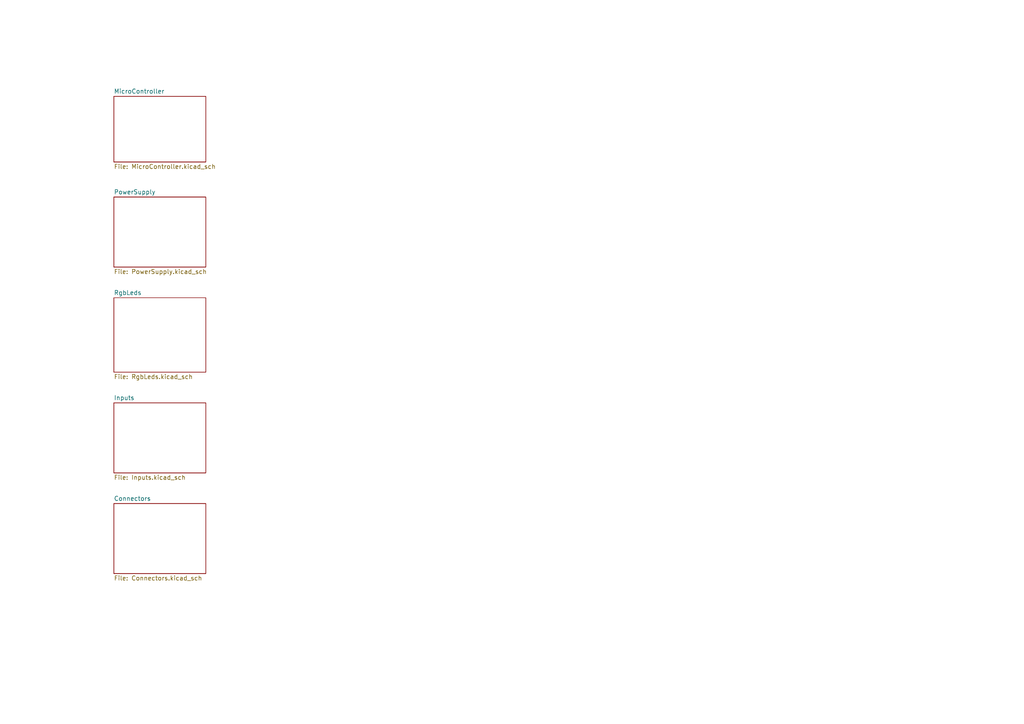
<source format=kicad_sch>
(kicad_sch
	(version 20231120)
	(generator "eeschema")
	(generator_version "8.0")
	(uuid "7b50fc13-bee1-48b7-8eab-d6ef36855383")
	(paper "A4")
	(lib_symbols)
	(sheet
		(at 33.02 146.05)
		(size 26.67 20.32)
		(fields_autoplaced yes)
		(stroke
			(width 0.1524)
			(type solid)
		)
		(fill
			(color 0 0 0 0.0000)
		)
		(uuid "1961c4fe-101c-4224-bef0-a37787d4c52f")
		(property "Sheetname" "Connectors"
			(at 33.02 145.3384 0)
			(effects
				(font
					(size 1.27 1.27)
				)
				(justify left bottom)
			)
		)
		(property "Sheetfile" "Connectors.kicad_sch"
			(at 33.02 166.9546 0)
			(effects
				(font
					(size 1.27 1.27)
				)
				(justify left top)
			)
		)
		(instances
			(project "Pomodoro_V7"
				(path "/7b50fc13-bee1-48b7-8eab-d6ef36855383"
					(page "6")
				)
			)
		)
	)
	(sheet
		(at 33.02 27.94)
		(size 26.67 19.05)
		(fields_autoplaced yes)
		(stroke
			(width 0.1524)
			(type solid)
		)
		(fill
			(color 0 0 0 0.0000)
		)
		(uuid "2692812d-36ca-464c-b670-cda24def4e61")
		(property "Sheetname" "MicroController"
			(at 33.02 27.2284 0)
			(effects
				(font
					(size 1.27 1.27)
				)
				(justify left bottom)
			)
		)
		(property "Sheetfile" "MicroController.kicad_sch"
			(at 33.02 47.5746 0)
			(effects
				(font
					(size 1.27 1.27)
				)
				(justify left top)
			)
		)
		(instances
			(project "Pomodoro_V7"
				(path "/7b50fc13-bee1-48b7-8eab-d6ef36855383"
					(page "3")
				)
			)
		)
	)
	(sheet
		(at 33.02 57.15)
		(size 26.67 20.32)
		(fields_autoplaced yes)
		(stroke
			(width 0.1524)
			(type solid)
		)
		(fill
			(color 0 0 0 0.0000)
		)
		(uuid "4fdb69f5-fbd3-498b-a1ee-803a48c7b6e3")
		(property "Sheetname" "PowerSupply"
			(at 33.02 56.4384 0)
			(effects
				(font
					(size 1.27 1.27)
				)
				(justify left bottom)
			)
		)
		(property "Sheetfile" "PowerSupply.kicad_sch"
			(at 33.02 78.0546 0)
			(effects
				(font
					(size 1.27 1.27)
				)
				(justify left top)
			)
		)
		(instances
			(project "Pomodoro_V7"
				(path "/7b50fc13-bee1-48b7-8eab-d6ef36855383"
					(page "3")
				)
			)
		)
	)
	(sheet
		(at 33.02 116.84)
		(size 26.67 20.32)
		(fields_autoplaced yes)
		(stroke
			(width 0.1524)
			(type solid)
		)
		(fill
			(color 0 0 0 0.0000)
		)
		(uuid "c8f67831-bbf6-4683-a2c8-3e9cad0fb84c")
		(property "Sheetname" "Inputs"
			(at 33.02 116.1284 0)
			(effects
				(font
					(size 1.27 1.27)
				)
				(justify left bottom)
			)
		)
		(property "Sheetfile" "Inputs.kicad_sch"
			(at 33.02 137.7446 0)
			(effects
				(font
					(size 1.27 1.27)
				)
				(justify left top)
			)
		)
		(instances
			(project "Pomodoro_V7"
				(path "/7b50fc13-bee1-48b7-8eab-d6ef36855383"
					(page "5")
				)
			)
		)
	)
	(sheet
		(at 33.02 86.36)
		(size 26.67 21.59)
		(fields_autoplaced yes)
		(stroke
			(width 0.1524)
			(type solid)
		)
		(fill
			(color 0 0 0 0.0000)
		)
		(uuid "d366a572-4eed-4be8-88cc-5fb5da022e23")
		(property "Sheetname" "RgbLeds"
			(at 33.02 85.6484 0)
			(effects
				(font
					(size 1.27 1.27)
				)
				(justify left bottom)
			)
		)
		(property "Sheetfile" "RgbLeds.kicad_sch"
			(at 33.02 108.5346 0)
			(effects
				(font
					(size 1.27 1.27)
				)
				(justify left top)
			)
		)
		(instances
			(project "Pomodoro_V7"
				(path "/7b50fc13-bee1-48b7-8eab-d6ef36855383"
					(page "4")
				)
			)
		)
	)
	(sheet_instances
		(path "/"
			(page "1")
		)
	)
)

</source>
